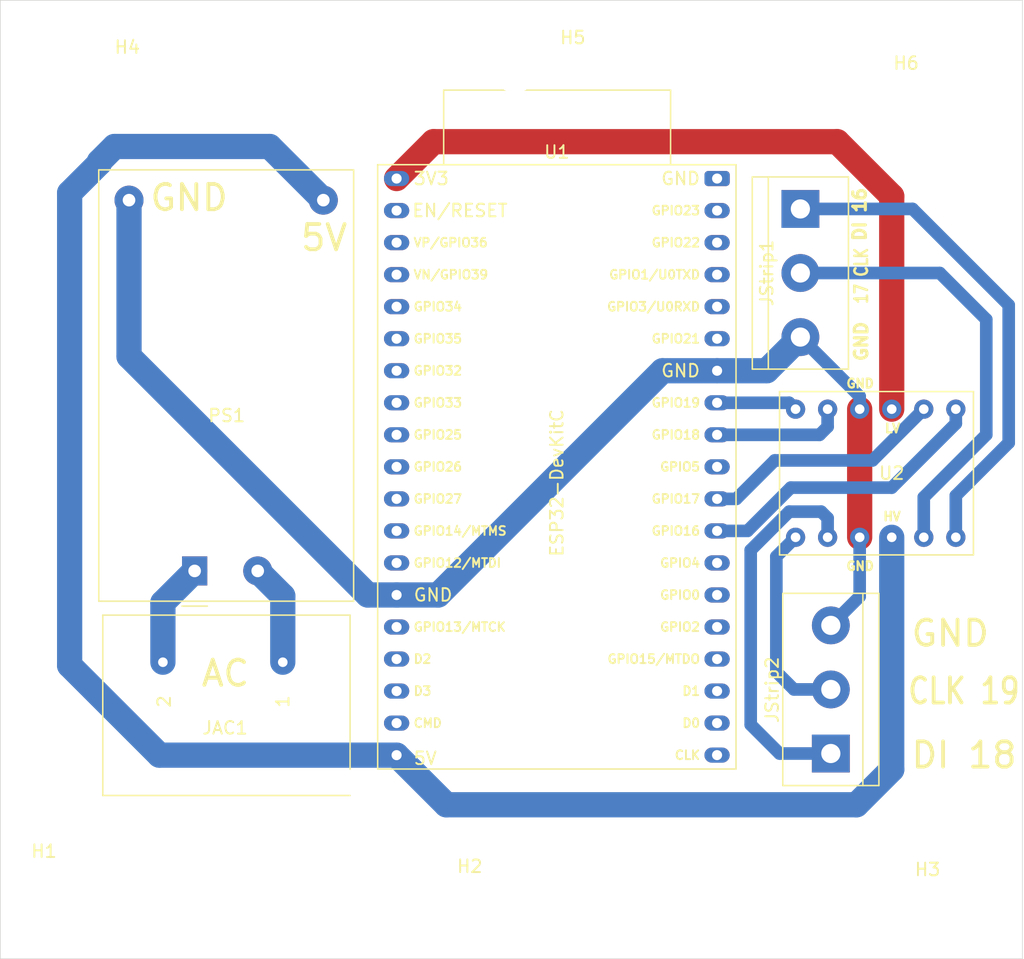
<source format=kicad_pcb>
(kicad_pcb (version 20171130) (host pcbnew "(5.1.12)-1")

  (general
    (thickness 1.6)
    (drawings 17)
    (tracks 68)
    (zones 0)
    (modules 12)
    (nets 14)
  )

  (page A4)
  (layers
    (0 F.Cu signal)
    (31 B.Cu signal)
    (32 B.Adhes user hide)
    (33 F.Adhes user hide)
    (34 B.Paste user hide)
    (35 F.Paste user hide)
    (36 B.SilkS user hide)
    (37 F.SilkS user)
    (38 B.Mask user)
    (39 F.Mask user)
    (40 Dwgs.User user hide)
    (41 Cmts.User user hide)
    (42 Eco1.User user hide)
    (43 Eco2.User user hide)
    (44 Edge.Cuts user)
    (45 Margin user hide)
    (46 B.CrtYd user hide)
    (47 F.CrtYd user)
    (48 B.Fab user hide)
    (49 F.Fab user)
  )

  (setup
    (last_trace_width 0.25)
    (user_trace_width 0.5)
    (user_trace_width 0.8)
    (user_trace_width 1)
    (user_trace_width 2)
    (trace_clearance 0.2)
    (zone_clearance 0.508)
    (zone_45_only no)
    (trace_min 0.2)
    (via_size 0.8)
    (via_drill 0.4)
    (via_min_size 0.4)
    (via_min_drill 0.3)
    (uvia_size 0.3)
    (uvia_drill 0.1)
    (uvias_allowed no)
    (uvia_min_size 0.2)
    (uvia_min_drill 0.1)
    (edge_width 0.05)
    (segment_width 0.2)
    (pcb_text_width 0.3)
    (pcb_text_size 1.5 1.5)
    (mod_edge_width 0.12)
    (mod_text_size 1 1)
    (mod_text_width 0.15)
    (pad_size 1.524 1.524)
    (pad_drill 0.762)
    (pad_to_mask_clearance 0)
    (aux_axis_origin 0 0)
    (visible_elements 7FFFFFFF)
    (pcbplotparams
      (layerselection 0x01030_ffffffff)
      (usegerberextensions false)
      (usegerberattributes true)
      (usegerberadvancedattributes true)
      (creategerberjobfile true)
      (excludeedgelayer true)
      (linewidth 0.100000)
      (plotframeref false)
      (viasonmask false)
      (mode 1)
      (useauxorigin false)
      (hpglpennumber 1)
      (hpglpenspeed 20)
      (hpglpendiameter 15.000000)
      (psnegative false)
      (psa4output false)
      (plotreference true)
      (plotvalue true)
      (plotinvisibletext false)
      (padsonsilk false)
      (subtractmaskfromsilk false)
      (outputformat 1)
      (mirror false)
      (drillshape 0)
      (scaleselection 1)
      (outputdirectory "../Production/"))
  )

  (net 0 "")
  (net 1 "Net-(JAC1-Pad1)")
  (net 2 "Net-(JAC1-Pad2)")
  (net 3 GND)
  (net 4 "Net-(PS1-Pad4)")
  (net 5 /DATA1)
  (net 6 /CLOCK1)
  (net 7 /DATA2)
  (net 8 /CLOCK2)
  (net 9 "Net-(U1-Pad1)")
  (net 10 "Net-(U1-Pad27)")
  (net 11 "Net-(U1-Pad28)")
  (net 12 "Net-(U1-Pad30)")
  (net 13 "Net-(U1-Pad31)")

  (net_class Default "This is the default net class."
    (clearance 0.2)
    (trace_width 0.25)
    (via_dia 0.8)
    (via_drill 0.4)
    (uvia_dia 0.3)
    (uvia_drill 0.1)
    (add_net /CLOCK1)
    (add_net /CLOCK2)
    (add_net /DATA1)
    (add_net /DATA2)
    (add_net GND)
    (add_net "Net-(JAC1-Pad1)")
    (add_net "Net-(JAC1-Pad2)")
    (add_net "Net-(PS1-Pad4)")
    (add_net "Net-(U1-Pad1)")
    (add_net "Net-(U1-Pad27)")
    (add_net "Net-(U1-Pad28)")
    (add_net "Net-(U1-Pad30)")
    (add_net "Net-(U1-Pad31)")
  )

  (module MountingHole:MountingHole_3.2mm_M3 (layer F.Cu) (tedit 56D1B4CB) (tstamp 61C5234D)
    (at 87.122 16.002)
    (descr "Mounting Hole 3.2mm, no annular, M3")
    (tags "mounting hole 3.2mm no annular m3")
    (path /61C4ED3D)
    (attr virtual)
    (fp_text reference H6 (at -5.334 -1.016) (layer F.SilkS)
      (effects (font (size 1 1) (thickness 0.15)))
    )
    (fp_text value MountingHole (at -2.032 4.318) (layer F.Fab)
      (effects (font (size 1 1) (thickness 0.15)))
    )
    (fp_circle (center 0 0) (end 3.2 0) (layer Cmts.User) (width 0.15))
    (fp_circle (center 0 0) (end 3.45 0) (layer F.CrtYd) (width 0.05))
    (fp_text user %R (at 0.3 0) (layer F.Fab)
      (effects (font (size 1 1) (thickness 0.15)))
    )
    (pad 1 np_thru_hole circle (at 0 0) (size 3.2 3.2) (drill 3.2) (layers *.Cu *.Mask))
  )

  (module MountingHole:MountingHole_3.2mm_M3 (layer F.Cu) (tedit 56D1B4CB) (tstamp 61C52345)
    (at 50.8 15.748)
    (descr "Mounting Hole 3.2mm, no annular, M3")
    (tags "mounting hole 3.2mm no annular m3")
    (path /61C4E6D4)
    (attr virtual)
    (fp_text reference H5 (at 4.572 -2.794) (layer F.SilkS)
      (effects (font (size 1 1) (thickness 0.15)))
    )
    (fp_text value MountingHole (at 0 4.2) (layer F.Fab)
      (effects (font (size 1 1) (thickness 0.15)))
    )
    (fp_circle (center 0 0) (end 3.2 0) (layer Cmts.User) (width 0.15))
    (fp_circle (center 0 0) (end 3.45 0) (layer F.CrtYd) (width 0.05))
    (fp_text user %R (at 0.3 0) (layer F.Fab)
      (effects (font (size 1 1) (thickness 0.15)))
    )
    (pad 1 np_thru_hole circle (at 0 0) (size 3.2 3.2) (drill 3.2) (layers *.Cu *.Mask))
  )

  (module MountingHole:MountingHole_3.2mm_M3 (layer F.Cu) (tedit 56D1B4CB) (tstamp 61C5233D)
    (at 16.256 16.256)
    (descr "Mounting Hole 3.2mm, no annular, M3")
    (tags "mounting hole 3.2mm no annular m3")
    (path /61C4DD5F)
    (attr virtual)
    (fp_text reference H4 (at 3.81 -2.54) (layer F.SilkS)
      (effects (font (size 1 1) (thickness 0.15)))
    )
    (fp_text value MountingHole (at 0 4.2) (layer F.Fab)
      (effects (font (size 1 1) (thickness 0.15)))
    )
    (fp_circle (center 0 0) (end 3.2 0) (layer Cmts.User) (width 0.15))
    (fp_circle (center 0 0) (end 3.45 0) (layer F.CrtYd) (width 0.05))
    (fp_text user %R (at 0.3 0) (layer F.Fab)
      (effects (font (size 1 1) (thickness 0.15)))
    )
    (pad 1 np_thru_hole circle (at 0 0) (size 3.2 3.2) (drill 3.2) (layers *.Cu *.Mask))
  )

  (module MountingHole:MountingHole_3.2mm_M3 (layer F.Cu) (tedit 56D1B4CB) (tstamp 61963508)
    (at 14 82)
    (descr "Mounting Hole 3.2mm, no annular, M3")
    (tags "mounting hole 3.2mm no annular m3")
    (path /61970074)
    (attr virtual)
    (fp_text reference H1 (at -0.538 -4.53) (layer F.SilkS)
      (effects (font (size 1 1) (thickness 0.15)))
    )
    (fp_text value MountingHole (at 8.098 2.963) (layer F.Fab)
      (effects (font (size 1 1) (thickness 0.15)))
    )
    (fp_circle (center 0 0) (end 3.45 0) (layer F.CrtYd) (width 0.05))
    (fp_circle (center 0 0) (end 3.2 0) (layer Cmts.User) (width 0.15))
    (fp_text user %R (at 0.3 0) (layer F.Fab)
      (effects (font (size 1 1) (thickness 0.15)))
    )
    (pad 1 np_thru_hole circle (at 0 0) (size 3.2 3.2) (drill 3.2) (layers *.Cu *.Mask))
  )

  (module MountingHole:MountingHole_3.2mm_M3 (layer F.Cu) (tedit 56D1B4CB) (tstamp 61963415)
    (at 50.5 82)
    (descr "Mounting Hole 3.2mm, no annular, M3")
    (tags "mounting hole 3.2mm no annular m3")
    (path /61970FEE)
    (attr virtual)
    (fp_text reference H2 (at -3.296 -3.332) (layer F.SilkS)
      (effects (font (size 1 1) (thickness 0.15)))
    )
    (fp_text value MountingHole (at -8.376 2.256) (layer F.Fab)
      (effects (font (size 1 1) (thickness 0.15)))
    )
    (fp_circle (center 0 0) (end 3.2 0) (layer Cmts.User) (width 0.15))
    (fp_circle (center 0 0) (end 3.45 0) (layer F.CrtYd) (width 0.05))
    (fp_text user %R (at 0.3 0) (layer F.Fab)
      (effects (font (size 1 1) (thickness 0.15)))
    )
    (pad 1 np_thru_hole circle (at 0 0) (size 3.2 3.2) (drill 3.2) (layers *.Cu *.Mask))
  )

  (module MountingHole:MountingHole_3.2mm_M3 (layer F.Cu) (tedit 56D1B4CB) (tstamp 6196341D)
    (at 87 82)
    (descr "Mounting Hole 3.2mm, no annular, M3")
    (tags "mounting hole 3.2mm no annular m3")
    (path /619719BE)
    (attr virtual)
    (fp_text reference H3 (at -3.514 -3.078) (layer F.SilkS)
      (effects (font (size 1 1) (thickness 0.15)))
    )
    (fp_text value MountingHole (at -8.006 2.963) (layer F.Fab)
      (effects (font (size 1 1) (thickness 0.15)))
    )
    (fp_circle (center 0 0) (end 3.45 0) (layer F.CrtYd) (width 0.05))
    (fp_circle (center 0 0) (end 3.2 0) (layer Cmts.User) (width 0.15))
    (fp_text user %R (at 0.3 0) (layer F.Fab)
      (effects (font (size 1 1) (thickness 0.15)))
    )
    (pad 1 np_thru_hole circle (at 0 0) (size 3.2 3.2) (drill 3.2) (layers *.Cu *.Mask))
  )

  (module TerminalBlock:TerminalBlock_bornier-3_P5.08mm (layer F.Cu) (tedit 59FF03B9) (tstamp 619B5370)
    (at 73.406 26.543 270)
    (descr "simple 3-pin terminal block, pitch 5.08mm, revamped version of bornier3")
    (tags "terminal block bornier3")
    (path /6195D7EF)
    (fp_text reference JStrip1 (at 5.08 2.667 90) (layer F.SilkS)
      (effects (font (size 1 1) (thickness 0.15)))
    )
    (fp_text value Terminal_LCDstrip (at 5.08 5.08 90) (layer F.Fab)
      (effects (font (size 1 1) (thickness 0.15)))
    )
    (fp_line (start -2.47 2.55) (end 12.63 2.55) (layer F.Fab) (width 0.1))
    (fp_line (start -2.47 -3.75) (end 12.63 -3.75) (layer F.Fab) (width 0.1))
    (fp_line (start 12.63 -3.75) (end 12.63 3.75) (layer F.Fab) (width 0.1))
    (fp_line (start 12.63 3.75) (end -2.47 3.75) (layer F.Fab) (width 0.1))
    (fp_line (start -2.47 3.75) (end -2.47 -3.75) (layer F.Fab) (width 0.1))
    (fp_line (start -2.54 3.81) (end -2.54 -3.81) (layer F.SilkS) (width 0.12))
    (fp_line (start 12.7 3.81) (end 12.7 -3.81) (layer F.SilkS) (width 0.12))
    (fp_line (start -2.54 2.54) (end 12.7 2.54) (layer F.SilkS) (width 0.12))
    (fp_line (start -2.54 -3.81) (end 12.7 -3.81) (layer F.SilkS) (width 0.12))
    (fp_line (start -2.54 3.81) (end 12.7 3.81) (layer F.SilkS) (width 0.12))
    (fp_line (start -2.72 -4) (end 12.88 -4) (layer F.CrtYd) (width 0.05))
    (fp_line (start -2.72 -4) (end -2.72 4) (layer F.CrtYd) (width 0.05))
    (fp_line (start 12.88 4) (end 12.88 -4) (layer F.CrtYd) (width 0.05))
    (fp_line (start 12.88 4) (end -2.72 4) (layer F.CrtYd) (width 0.05))
    (fp_text user %R (at 5.08 0 90) (layer F.Fab)
      (effects (font (size 1 1) (thickness 0.15)))
    )
    (pad 1 thru_hole rect (at 0 0 270) (size 3 3) (drill 1.52) (layers *.Cu *.Mask)
      (net 5 /DATA1))
    (pad 2 thru_hole circle (at 5.08 0 270) (size 3 3) (drill 1.52) (layers *.Cu *.Mask)
      (net 6 /CLOCK1))
    (pad 3 thru_hole circle (at 10.16 0 270) (size 3 3) (drill 1.52) (layers *.Cu *.Mask)
      (net 3 GND))
    (model ${KISYS3DMOD}/TerminalBlock.3dshapes/TerminalBlock_bornier-3_P5.08mm.wrl
      (offset (xyz 5.079999923706055 0 0))
      (scale (xyz 1 1 1))
      (rotate (xyz 0 0 0))
    )
  )

  (module ledDeviceServerEsp32Pio:Screw_Termianl_01x02 (layer F.Cu) (tedit 614936F6) (tstamp 61962074)
    (at 37.719 60.452 270)
    (path /6195CB3B)
    (fp_text reference JAC1 (at 7.239 9.906) (layer F.SilkS)
      (effects (font (size 1 1) (thickness 0.15)))
    )
    (fp_text value Terminal_AC (at 11.43 10.16) (layer F.Fab)
      (effects (font (size 1 1) (thickness 0.15)))
    )
    (fp_line (start 10.5156 0) (end -1.7018 0) (layer F.SilkS) (width 0.12))
    (fp_line (start 12.6 19.6) (end 12.6 0) (layer F.SilkS) (width 0.12))
    (fp_line (start -1.7018 19.6) (end 12.6 19.6) (layer F.SilkS) (width 0.12))
    (fp_line (start -1.7018 0) (end -1.7018 19.6) (layer F.SilkS) (width 0.12))
    (fp_line (start 12.7 19.7) (end -1.8 19.7) (layer F.CrtYd) (width 0.12))
    (fp_line (start -1.8 -0.1) (end 12.7 -0.1) (layer F.CrtYd) (width 0.12))
    (fp_line (start 12.7 -0.1) (end 12.7 19.7) (layer F.CrtYd) (width 0.12))
    (fp_line (start -1.8 -0.1) (end -1.8 19.7) (layer F.CrtYd) (width 0.12))
    (fp_text user 1 (at 4.572 5.334 90) (layer F.SilkS)
      (effects (font (size 1 1) (thickness 0.15)) (justify right))
    )
    (fp_text user 2 (at 4.572 14.732 90) (layer F.SilkS)
      (effects (font (size 1 1) (thickness 0.15)) (justify right))
    )
    (pad 1 thru_hole circle (at 2.032 5.334 270) (size 1.524 1.524) (drill 0.762) (layers *.Cu *.Mask)
      (net 1 "Net-(JAC1-Pad1)"))
    (pad 2 thru_hole circle (at 2.032 14.834 270) (size 1.524 1.524) (drill 0.762) (layers *.Cu *.Mask)
      (net 2 "Net-(JAC1-Pad2)"))
  )

  (module Converter_ACDC:Converter_ACDC_HiLink_HLK-PMxx (layer F.Cu) (tedit 5C1AC1CD) (tstamp 6196311F)
    (at 25.4 55.245 90)
    (descr "ACDC-Converter, 3W, HiLink, HLK-PMxx, THT, http://www.hlktech.net/product_detail.php?ProId=54")
    (tags "ACDC-Converter 3W THT HiLink board mount module")
    (path /61952CC8)
    (fp_text reference PS1 (at 12.319 2.54) (layer F.SilkS)
      (effects (font (size 1 1) (thickness 0.15)))
    )
    (fp_text value HLK-PM01 (at 15.79 13.85 90) (layer F.Fab)
      (effects (font (size 1 1) (thickness 0.15)))
    )
    (fp_line (start -2.3 12.5) (end 31.7 12.5) (layer F.Fab) (width 0.1))
    (fp_line (start 31.7 12.5) (end 31.7 -7.5) (layer F.Fab) (width 0.1))
    (fp_line (start -2.3 12.5) (end -2.3 0.99) (layer F.Fab) (width 0.1))
    (fp_line (start -2.3 -7.5) (end 31.7 -7.5) (layer F.Fab) (width 0.1))
    (fp_line (start -1.29 0) (end -2.29 1) (layer F.Fab) (width 0.1))
    (fp_line (start -2.29 -1) (end -1.29 0) (layer F.Fab) (width 0.1))
    (fp_line (start -2.3 -1) (end -2.3 -7.5) (layer F.Fab) (width 0.1))
    (fp_line (start -2.55 12.75) (end 31.95 12.75) (layer F.CrtYd) (width 0.05))
    (fp_line (start 31.95 12.75) (end 31.95 -7.75) (layer F.CrtYd) (width 0.05))
    (fp_line (start 31.95 -7.75) (end -2.55 -7.75) (layer F.CrtYd) (width 0.05))
    (fp_line (start -2.55 -7.75) (end -2.55 12.75) (layer F.CrtYd) (width 0.05))
    (fp_line (start -2.4 -7.6) (end -2.4 12.6) (layer F.SilkS) (width 0.12))
    (fp_line (start -2.4 12.6) (end 31.8 12.6) (layer F.SilkS) (width 0.12))
    (fp_line (start 31.8 12.6) (end 31.8 -7.6) (layer F.SilkS) (width 0.12))
    (fp_line (start 31.8 -7.6) (end -2.4 -7.6) (layer F.SilkS) (width 0.12))
    (fp_line (start -2.79 -1) (end -2.79 1.01) (layer F.SilkS) (width 0.12))
    (fp_text user %R (at 18.161 2.286 180) (layer F.Fab)
      (effects (font (size 1 1) (thickness 0.15)))
    )
    (pad 3 thru_hole circle (at 29.4 -5.2 90) (size 2.3 2.3) (drill 1) (layers *.Cu *.Mask)
      (net 3 GND))
    (pad 1 thru_hole rect (at 0 0 90) (size 2.3 2) (drill 1) (layers *.Cu *.Mask)
      (net 2 "Net-(JAC1-Pad2)"))
    (pad 2 thru_hole circle (at 0 5 90) (size 2.3 2.3) (drill 1) (layers *.Cu *.Mask)
      (net 1 "Net-(JAC1-Pad1)"))
    (pad 4 thru_hole circle (at 29.4 10.2 90) (size 2.3 2.3) (drill 1) (layers *.Cu *.Mask)
      (net 4 "Net-(PS1-Pad4)"))
    (model ${KISYS3DMOD}/Converter_ACDC.3dshapes/Converter_ACDC_HiLink_HLK-PMxx.wrl
      (at (xyz 0 0 0))
      (scale (xyz 1 1 1))
      (rotate (xyz 0 0 0))
    )
  )

  (module Espressif:ESP32-DevKitC (layer F.Cu) (tedit 60F5CABD) (tstamp 619620FF)
    (at 41.402 24.13)
    (descr "ESP32-DevKitC: https://docs.espressif.com/projects/esp-idf/en/latest/esp32/hw-reference/esp32/get-started-devkitc.html")
    (tags ESP32)
    (path /6195EB5A)
    (fp_text reference U1 (at 12.70368 -2.09728) (layer F.SilkS)
      (effects (font (size 1 1) (thickness 0.15)))
    )
    (fp_text value ESP32-DevKitC (at 12.70368 24.13272 90) (layer F.SilkS)
      (effects (font (size 1 1) (thickness 0.15)))
    )
    (fp_line (start 21.717 -7.0104) (end 21.717 -1.1176) (layer F.SilkS) (width 0.12))
    (fp_line (start 3.7338 -7.0104) (end 21.717 -7.0104) (layer F.SilkS) (width 0.12))
    (fp_line (start 3.7338 -1.1176) (end 3.7338 -7.0104) (layer F.SilkS) (width 0.12))
    (fp_line (start -1.24632 46.57272) (end -1.24632 -0.84728) (layer F.CrtYd) (width 0.05))
    (fp_line (start 26.65368 -0.84728) (end 26.65368 46.57272) (layer F.CrtYd) (width 0.05))
    (fp_line (start -1.24632 -0.84728) (end 26.65368 -0.84728) (layer F.CrtYd) (width 0.05))
    (fp_line (start 26.65368 46.57272) (end -1.24632 46.57272) (layer F.CrtYd) (width 0.05))
    (fp_line (start -1.496319 -1.09728) (end -1.49632 46.82272) (layer F.SilkS) (width 0.12))
    (fp_line (start 26.90368 -1.09728) (end -1.496319 -1.09728) (layer F.SilkS) (width 0.12))
    (fp_line (start 26.903679 46.82272) (end 26.90368 -1.09728) (layer F.SilkS) (width 0.12))
    (fp_line (start -1.49632 46.82272) (end 26.903679 46.82272) (layer F.SilkS) (width 0.12))
    (fp_text user REF** (at 0 0) (layer F.Fab)
      (effects (font (size 1 1) (thickness 0.15)))
    )
    (fp_text user GPIO25 (at 1.27368 20.32272 unlocked) (layer F.SilkS)
      (effects (font (size 0.7 0.7) (thickness 0.15)) (justify left))
    )
    (fp_text user GPIO15/MTDO (at 24.13368 38.10272 unlocked) (layer F.SilkS)
      (effects (font (size 0.7 0.7) (thickness 0.15)) (justify right))
    )
    (fp_text user GPIO1/U0TXD (at 24.13368 7.62272 unlocked) (layer F.SilkS)
      (effects (font (size 0.7 0.7) (thickness 0.15)) (justify right))
    )
    (fp_text user GPIO17 (at 24.13368 25.40272 unlocked) (layer F.SilkS)
      (effects (font (size 0.7 0.7) (thickness 0.15)) (justify right))
    )
    (fp_text user GND (at 24.13368 15.24272 unlocked) (layer F.SilkS)
      (effects (font (size 1 1) (thickness 0.15)) (justify right))
    )
    (fp_text user GPIO22 (at 24.13368 5.08272 unlocked) (layer F.SilkS)
      (effects (font (size 0.7 0.7) (thickness 0.15)) (justify right))
    )
    (fp_text user CMD (at 1.27368 43.18272 unlocked) (layer F.SilkS)
      (effects (font (size 0.7 0.7) (thickness 0.15)) (justify left))
    )
    (fp_text user GPIO18 (at 24.13368 20.32272 unlocked) (layer F.SilkS)
      (effects (font (size 0.7 0.7) (thickness 0.15)) (justify right))
    )
    (fp_text user D3 (at 1.27368 40.64272 unlocked) (layer F.SilkS)
      (effects (font (size 0.7 0.7) (thickness 0.15)) (justify left))
    )
    (fp_text user GPIO34 (at 1.27368 10.16272 unlocked) (layer F.SilkS)
      (effects (font (size 0.7 0.7) (thickness 0.15)) (justify left))
    )
    (fp_text user GPIO14/MTMS (at 1.27368 27.94272 unlocked) (layer F.SilkS)
      (effects (font (size 0.7 0.7) (thickness 0.15)) (justify left))
    )
    (fp_text user GPIO35 (at 1.27368 12.70272 unlocked) (layer F.SilkS)
      (effects (font (size 0.7 0.7) (thickness 0.15)) (justify left))
    )
    (fp_text user GPIO4 (at 24.13368 30.48272 unlocked) (layer F.SilkS)
      (effects (font (size 0.7 0.7) (thickness 0.15)) (justify right))
    )
    (fp_text user EN/RESET (at 8.89 2.54 unlocked) (layer F.SilkS)
      (effects (font (size 1 1) (thickness 0.15)) (justify right))
    )
    (fp_text user CLK (at 24.13368 45.72272 unlocked) (layer F.SilkS)
      (effects (font (size 0.7 0.7) (thickness 0.15)) (justify right))
    )
    (fp_text user GND (at 1.27368 33.02272 unlocked) (layer F.SilkS)
      (effects (font (size 1 1) (thickness 0.15)) (justify left))
    )
    (fp_text user GPIO0 (at 24.13368 33.02272 unlocked) (layer F.SilkS)
      (effects (font (size 0.7 0.7) (thickness 0.15)) (justify right))
    )
    (fp_text user GPIO32 (at 1.27368 15.24272 unlocked) (layer F.SilkS)
      (effects (font (size 0.7 0.7) (thickness 0.15)) (justify left))
    )
    (fp_text user GPIO16 (at 24.13368 27.94272 unlocked) (layer F.SilkS)
      (effects (font (size 0.7 0.7) (thickness 0.15)) (justify right))
    )
    (fp_text user 3V3 (at 1.27368 0.00272 unlocked) (layer F.SilkS)
      (effects (font (size 1 1) (thickness 0.15)) (justify left))
    )
    (fp_text user GPIO3/U0RXD (at 24.13368 10.16272 unlocked) (layer F.SilkS)
      (effects (font (size 0.7 0.7) (thickness 0.15)) (justify right))
    )
    (fp_text user GPIO26 (at 1.27368 22.86272 unlocked) (layer F.SilkS)
      (effects (font (size 0.7 0.7) (thickness 0.15)) (justify left))
    )
    (fp_text user GPIO2 (at 24.13368 35.56272 unlocked) (layer F.SilkS)
      (effects (font (size 0.7 0.7) (thickness 0.15)) (justify right))
    )
    (fp_text user GPIO13/MTCK (at 1.27368 35.56272 unlocked) (layer F.SilkS)
      (effects (font (size 0.7 0.7) (thickness 0.15)) (justify left))
    )
    (fp_text user VN/GPIO39 (at 1.27368 7.62272 unlocked) (layer F.SilkS)
      (effects (font (size 0.7 0.7) (thickness 0.15)) (justify left))
    )
    (fp_text user GPIO19 (at 24.13368 17.78272 unlocked) (layer F.SilkS)
      (effects (font (size 0.7 0.7) (thickness 0.15)) (justify right))
    )
    (fp_text user GPIO33 (at 1.27368 17.78272 unlocked) (layer F.SilkS)
      (effects (font (size 0.7 0.7) (thickness 0.15)) (justify left))
    )
    (fp_text user GPIO27 (at 1.27368 25.40272 unlocked) (layer F.SilkS)
      (effects (font (size 0.7 0.7) (thickness 0.15)) (justify left))
    )
    (fp_text user D2 (at 1.27368 38.10272 unlocked) (layer F.SilkS)
      (effects (font (size 0.7 0.7) (thickness 0.15)) (justify left))
    )
    (fp_text user VP/GPIO36 (at 1.27368 5.08272 unlocked) (layer F.SilkS)
      (effects (font (size 0.7 0.7) (thickness 0.15)) (justify left))
    )
    (fp_text user GPIO12/MTDI (at 1.27368 30.48272 unlocked) (layer F.SilkS)
      (effects (font (size 0.7 0.7) (thickness 0.15)) (justify left))
    )
    (fp_text user D1 (at 24.13368 40.64272 unlocked) (layer F.SilkS)
      (effects (font (size 0.7 0.7) (thickness 0.15)) (justify right))
    )
    (fp_text user GPIO21 (at 24.13368 12.70272 unlocked) (layer F.SilkS)
      (effects (font (size 0.7 0.7) (thickness 0.15)) (justify right))
    )
    (fp_text user 5V (at 1.27 45.974 unlocked) (layer F.SilkS)
      (effects (font (size 1 1) (thickness 0.15)) (justify left))
    )
    (fp_text user D0 (at 24.13368 43.18272 unlocked) (layer F.SilkS)
      (effects (font (size 0.7 0.7) (thickness 0.15)) (justify right))
    )
    (fp_text user GPIO5 (at 24.13368 22.86272 unlocked) (layer F.SilkS)
      (effects (font (size 0.7 0.7) (thickness 0.15)) (justify right))
    )
    (fp_text user GPIO23 (at 24.13368 2.54272 unlocked) (layer F.SilkS)
      (effects (font (size 0.7 0.7) (thickness 0.15)) (justify right))
    )
    (fp_text user GND (at 24.13368 0.00272 unlocked) (layer F.SilkS)
      (effects (font (size 1 1) (thickness 0.15)) (justify right))
    )
    (pad 1 thru_hole oval (at 0.00368 0.00272 270) (size 1.2 2) (drill 0.8) (layers *.Cu *.Mask)
      (net 9 "Net-(U1-Pad1)"))
    (pad 2 thru_hole oval (at 0.00368 2.54272 270) (size 1.2 2) (drill 0.8) (layers *.Cu *.Mask))
    (pad 3 thru_hole oval (at 0.00368 5.08272 270) (size 1.2 2) (drill 0.8) (layers *.Cu *.Mask))
    (pad 4 thru_hole oval (at 0.00368 7.62272 270) (size 1.2 2) (drill 0.8) (layers *.Cu *.Mask))
    (pad 5 thru_hole oval (at 0.00368 10.16272 270) (size 1.2 2) (drill 0.8) (layers *.Cu *.Mask))
    (pad 6 thru_hole oval (at 0.00368 12.70272 270) (size 1.2 2) (drill 0.8) (layers *.Cu *.Mask))
    (pad 7 thru_hole oval (at 0.00368 15.24272 270) (size 1.2 2) (drill 0.8) (layers *.Cu *.Mask))
    (pad 8 thru_hole oval (at 0.00368 17.78272 270) (size 1.2 2) (drill 0.8) (layers *.Cu *.Mask))
    (pad 9 thru_hole oval (at 0.00368 20.32272 270) (size 1.2 2) (drill 0.8) (layers *.Cu *.Mask))
    (pad 10 thru_hole oval (at 0.00368 22.86272 270) (size 1.2 2) (drill 0.8) (layers *.Cu *.Mask))
    (pad 11 thru_hole oval (at 0.00368 25.40272 270) (size 1.2 2) (drill 0.8) (layers *.Cu *.Mask))
    (pad 12 thru_hole oval (at 0.00368 27.94272 270) (size 1.2 2) (drill 0.8) (layers *.Cu *.Mask))
    (pad 13 thru_hole oval (at 0.00368 30.48272 270) (size 1.2 2) (drill 0.8) (layers *.Cu *.Mask))
    (pad 14 thru_hole roundrect (at 0.00368 33.02272 270) (size 1.2 2) (drill 0.8) (layers *.Cu *.Mask) (roundrect_rratio 0.25)
      (net 3 GND))
    (pad 15 thru_hole oval (at 0.00368 35.56272 270) (size 1.2 2) (drill 0.8) (layers *.Cu *.Mask))
    (pad 16 thru_hole oval (at 0.00368 38.10272 270) (size 1.2 2) (drill 0.8) (layers *.Cu *.Mask))
    (pad 17 thru_hole oval (at 0.00368 40.64272 270) (size 1.2 2) (drill 0.8) (layers *.Cu *.Mask))
    (pad 18 thru_hole oval (at 0.00368 43.18272 270) (size 1.2 2) (drill 0.8) (layers *.Cu *.Mask))
    (pad 19 thru_hole oval (at 0.00368 45.72272 270) (size 1.2 2) (drill 0.8) (layers *.Cu *.Mask)
      (net 4 "Net-(PS1-Pad4)"))
    (pad 20 thru_hole oval (at 25.4 45.72 270) (size 1.2 2) (drill 0.8) (layers *.Cu *.Mask))
    (pad 21 thru_hole oval (at 25.4 43.18 270) (size 1.2 2) (drill 0.8) (layers *.Cu *.Mask))
    (pad 22 thru_hole oval (at 25.40368 40.64272 270) (size 1.2 2) (drill 0.8) (layers *.Cu *.Mask))
    (pad 23 thru_hole oval (at 25.40368 38.10272 270) (size 1.2 2) (drill 0.8) (layers *.Cu *.Mask))
    (pad 24 thru_hole oval (at 25.40368 35.56272 270) (size 1.2 2) (drill 0.8) (layers *.Cu *.Mask))
    (pad 25 thru_hole oval (at 25.40368 33.02272 270) (size 1.2 2) (drill 0.8) (layers *.Cu *.Mask))
    (pad 26 thru_hole oval (at 25.40368 30.48272 270) (size 1.2 2) (drill 0.8) (layers *.Cu *.Mask))
    (pad 27 thru_hole oval (at 25.40368 27.94272 270) (size 1.2 2) (drill 0.8) (layers *.Cu *.Mask)
      (net 10 "Net-(U1-Pad27)"))
    (pad 28 thru_hole oval (at 25.40368 25.40272 270) (size 1.2 2) (drill 0.8) (layers *.Cu *.Mask)
      (net 11 "Net-(U1-Pad28)"))
    (pad 29 thru_hole oval (at 25.40368 22.86272 270) (size 1.2 2) (drill 0.8) (layers *.Cu *.Mask))
    (pad 30 thru_hole oval (at 25.40368 20.32272 270) (size 1.2 2) (drill 0.8) (layers *.Cu *.Mask)
      (net 12 "Net-(U1-Pad30)"))
    (pad 31 thru_hole oval (at 25.40368 17.78272 270) (size 1.2 2) (drill 0.8) (layers *.Cu *.Mask)
      (net 13 "Net-(U1-Pad31)"))
    (pad 32 thru_hole oval (at 25.40368 15.24272 270) (size 1.2 2) (drill 0.8) (layers *.Cu *.Mask)
      (net 3 GND))
    (pad 33 thru_hole oval (at 25.40368 12.70272 270) (size 1.2 2) (drill 0.8) (layers *.Cu *.Mask))
    (pad 34 thru_hole oval (at 25.40368 10.16272 270) (size 1.2 2) (drill 0.8) (layers *.Cu *.Mask))
    (pad 35 thru_hole oval (at 25.40368 7.62272 270) (size 1.2 2) (drill 0.8) (layers *.Cu *.Mask))
    (pad 36 thru_hole oval (at 25.40368 5.08272 270) (size 1.2 2) (drill 0.8) (layers *.Cu *.Mask))
    (pad 37 thru_hole oval (at 25.40368 2.54272 270) (size 1.2 2) (drill 0.8) (layers *.Cu *.Mask))
    (pad 38 thru_hole roundrect (at 25.40368 0.00272 270) (size 1.2 2) (drill 0.8) (layers *.Cu *.Mask) (roundrect_rratio 0.25))
  )

  (module ledDeviceServerEsp32Pio:LLC_4CH (layer F.Cu) (tedit 61422F48) (tstamp 6196211B)
    (at 87.122 53.975 180)
    (descr "4 channel logic level converter")
    (tags "Logic Level converter 4 channels")
    (path /61977BBE)
    (fp_text reference U2 (at 6.477 6.477 180) (layer F.SilkS)
      (effects (font (size 1 1) (thickness 0.15)))
    )
    (fp_text value LLC_4CH (at 8.636 9.906) (layer F.Fab)
      (effects (font (size 1 1) (thickness 0.15)))
    )
    (fp_line (start 15.367 0) (end 0 0) (layer F.Fab) (width 0.12))
    (fp_line (start 15.367 12.954) (end 15.367 0) (layer F.Fab) (width 0.12))
    (fp_line (start 0 12.954) (end 15.367 12.954) (layer F.Fab) (width 0.12))
    (fp_line (start 0 0) (end 0 12.954) (layer F.Fab) (width 0.12))
    (fp_line (start 0.127 0.127) (end 15.227 0.127) (layer F.CrtYd) (width 0.12))
    (fp_line (start 0.127 12.827) (end 15.227 12.827) (layer F.CrtYd) (width 0.12))
    (fp_line (start 0.127 0.127) (end 0.127 12.827) (layer F.CrtYd) (width 0.12))
    (fp_line (start 15.227 0.127) (end 15.227 12.827) (layer F.CrtYd) (width 0.12))
    (fp_line (start 0 0) (end 0 12.954) (layer F.SilkS) (width 0.12))
    (fp_line (start 0 12.954) (end 15.367 12.954) (layer F.SilkS) (width 0.12))
    (fp_line (start 15.367 12.954) (end 15.367 0) (layer F.SilkS) (width 0.12))
    (fp_line (start 15.367 0) (end 0 0) (layer F.SilkS) (width 0.12))
    (pad 11 thru_hole circle (at 14.097 1.397 180) (size 1.524 1.524) (drill 0.762) (layers *.Cu *.Mask)
      (net 8 /CLOCK2))
    (pad 10 thru_hole circle (at 14.097 11.557 180) (size 1.524 1.524) (drill 0.762) (layers *.Cu *.Mask)
      (net 13 "Net-(U1-Pad31)"))
    (pad 9 thru_hole circle (at 11.557 1.397 180) (size 1.524 1.524) (drill 0.762) (layers *.Cu *.Mask)
      (net 7 /DATA2))
    (pad 8 thru_hole circle (at 11.557 11.557 180) (size 1.524 1.524) (drill 0.762) (layers *.Cu *.Mask)
      (net 12 "Net-(U1-Pad30)"))
    (pad 7 thru_hole circle (at 3.937 1.397 180) (size 1.524 1.524) (drill 0.762) (layers *.Cu *.Mask)
      (net 6 /CLOCK1))
    (pad 6 thru_hole circle (at 3.937 11.557 180) (size 1.524 1.524) (drill 0.762) (layers *.Cu *.Mask)
      (net 11 "Net-(U1-Pad28)"))
    (pad 5 thru_hole circle (at 1.397 1.397 180) (size 1.524 1.524) (drill 0.762) (layers *.Cu *.Mask)
      (net 5 /DATA1))
    (pad 4 thru_hole circle (at 1.397 11.557 180) (size 1.524 1.524) (drill 0.762) (layers *.Cu *.Mask)
      (net 10 "Net-(U1-Pad27)"))
    (pad 3 thru_hole circle (at 9.017 1.397 180) (size 1.524 1.524) (drill 0.762) (layers *.Cu *.Mask)
      (net 3 GND))
    (pad 3 thru_hole circle (at 9.017 11.557 180) (size 1.524 1.524) (drill 0.762) (layers *.Cu *.Mask)
      (net 3 GND))
    (pad 2 thru_hole circle (at 6.477 1.397 180) (size 1.524 1.524) (drill 0.762) (layers *.Cu *.Mask)
      (net 4 "Net-(PS1-Pad4)"))
    (pad 1 thru_hole circle (at 6.477 11.557 180) (size 1.524 1.524) (drill 0.762) (layers *.Cu *.Mask)
      (net 9 "Net-(U1-Pad1)"))
  )

  (module TerminalBlock:TerminalBlock_bornier-3_P5.08mm (layer F.Cu) (tedit 59FF03B9) (tstamp 619B50FC)
    (at 75.819 69.723 90)
    (descr "simple 3-pin terminal block, pitch 5.08mm, revamped version of bornier3")
    (tags "terminal block bornier3")
    (path /619BC866)
    (fp_text reference JStrip2 (at 5.05 -4.65 90) (layer F.SilkS)
      (effects (font (size 1 1) (thickness 0.15)))
    )
    (fp_text value Terminal_LCDstrip (at 5.08 5.08 90) (layer F.Fab)
      (effects (font (size 1 1) (thickness 0.15)))
    )
    (fp_line (start -2.47 2.55) (end 12.63 2.55) (layer F.Fab) (width 0.1))
    (fp_line (start -2.47 -3.75) (end 12.63 -3.75) (layer F.Fab) (width 0.1))
    (fp_line (start 12.63 -3.75) (end 12.63 3.75) (layer F.Fab) (width 0.1))
    (fp_line (start 12.63 3.75) (end -2.47 3.75) (layer F.Fab) (width 0.1))
    (fp_line (start -2.47 3.75) (end -2.47 -3.75) (layer F.Fab) (width 0.1))
    (fp_line (start -2.54 3.81) (end -2.54 -3.81) (layer F.SilkS) (width 0.12))
    (fp_line (start 12.7 3.81) (end 12.7 -3.81) (layer F.SilkS) (width 0.12))
    (fp_line (start -2.54 2.54) (end 12.7 2.54) (layer F.SilkS) (width 0.12))
    (fp_line (start -2.54 -3.81) (end 12.7 -3.81) (layer F.SilkS) (width 0.12))
    (fp_line (start -2.54 3.81) (end 12.7 3.81) (layer F.SilkS) (width 0.12))
    (fp_line (start -2.72 -4) (end 12.88 -4) (layer F.CrtYd) (width 0.05))
    (fp_line (start -2.72 -4) (end -2.72 4) (layer F.CrtYd) (width 0.05))
    (fp_line (start 12.88 4) (end 12.88 -4) (layer F.CrtYd) (width 0.05))
    (fp_line (start 12.88 4) (end -2.72 4) (layer F.CrtYd) (width 0.05))
    (fp_text user %R (at 5.08 0 90) (layer F.Fab)
      (effects (font (size 1 1) (thickness 0.15)))
    )
    (pad 1 thru_hole rect (at 0 0 90) (size 3 3) (drill 1.52) (layers *.Cu *.Mask)
      (net 7 /DATA2))
    (pad 2 thru_hole circle (at 5.08 0 90) (size 3 3) (drill 1.52) (layers *.Cu *.Mask)
      (net 8 /CLOCK2))
    (pad 3 thru_hole circle (at 10.16 0 90) (size 3 3) (drill 1.52) (layers *.Cu *.Mask)
      (net 3 GND))
    (model ${KISYS3DMOD}/TerminalBlock.3dshapes/TerminalBlock_bornier-3_P5.08mm.wrl
      (offset (xyz 5.079999923706055 0 0))
      (scale (xyz 1 1 1))
      (rotate (xyz 0 0 0))
    )
  )

  (gr_text LV (at 80.01 43.942) (layer F.SilkS) (tstamp 61C554D5)
    (effects (font (size 0.7 0.7) (thickness 0.175)) (justify left))
  )
  (gr_text HV (at 79.883 50.927) (layer F.SilkS) (tstamp 61C554CB)
    (effects (font (size 0.7 0.7) (thickness 0.175)) (justify left))
  )
  (gr_text GND (at 76.962 54.864) (layer F.SilkS) (tstamp 61C554C9)
    (effects (font (size 0.7 0.7) (thickness 0.175)) (justify left))
  )
  (gr_text GND (at 76.962 40.386) (layer F.SilkS) (tstamp 61C554C2)
    (effects (font (size 0.7 0.7) (thickness 0.175)) (justify left))
  )
  (gr_text AC (at 25.781 63.373) (layer F.SilkS) (tstamp 61C550C1)
    (effects (font (size 2 2) (thickness 0.3)) (justify left))
  )
  (gr_text 5V (at 33.655 28.829) (layer F.SilkS) (tstamp 61C550BD)
    (effects (font (size 2 2) (thickness 0.3)) (justify left))
  )
  (gr_text "GND\n" (at 21.717 25.654) (layer F.SilkS) (tstamp 61C550BB)
    (effects (font (size 2 2) (thickness 0.3)) (justify left))
  )
  (gr_text "DI 16\n" (at 78.105 29.21 90) (layer F.SilkS) (tstamp 619B63A3)
    (effects (font (size 1 1) (thickness 0.25)) (justify left))
  )
  (gr_text "17 CLK" (at 78.232 34.163 90) (layer F.SilkS) (tstamp 619B63A4)
    (effects (font (size 1 0.8) (thickness 0.2)) (justify left))
  )
  (gr_text GND (at 78.232 38.735 90) (layer F.SilkS) (tstamp 619B65AC)
    (effects (font (size 1 1) (thickness 0.25)) (justify left))
  )
  (gr_text "GND\n" (at 82.042 60.198) (layer F.SilkS) (tstamp 619631C2)
    (effects (font (size 2 2) (thickness 0.3)) (justify left))
  )
  (gr_text "DI 18" (at 82.042 69.85) (layer F.SilkS) (tstamp 6196320D)
    (effects (font (size 2 2) (thickness 0.3)) (justify left))
  )
  (gr_text "CLK 19" (at 81.788 64.77) (layer F.SilkS)
    (effects (font (size 2 1.6) (thickness 0.3)) (justify left))
  )
  (gr_line (start 10 10) (end 91 10) (layer Edge.Cuts) (width 0.05) (tstamp 61962EAC))
  (gr_line (start 10 10) (end 10 86) (layer Edge.Cuts) (width 0.05))
  (gr_line (start 91 10) (end 91 86) (layer Edge.Cuts) (width 0.05))
  (gr_line (start 10 86) (end 91 86) (layer Edge.Cuts) (width 0.05))

  (segment (start 32.385 57.23) (end 30.4 55.245) (width 2) (layer B.Cu) (net 1) (status 20))
  (segment (start 32.385 62.484) (end 32.385 57.23) (width 2) (layer B.Cu) (net 1) (status 10))
  (segment (start 22.885 57.76) (end 25.4 55.245) (width 2) (layer B.Cu) (net 2) (status 20))
  (segment (start 22.885 62.484) (end 22.885 57.76) (width 2) (layer B.Cu) (net 2) (status 10))
  (segment (start 75.819 59.563) (end 78.105 57.277) (width 1) (layer B.Cu) (net 3) (status 10))
  (segment (start 78.105 57.277) (end 78.105 52.578) (width 1) (layer B.Cu) (net 3) (status 20))
  (segment (start 41.40568 57.15272) (end 39.11872 57.15272) (width 2) (layer B.Cu) (net 3) (status 10))
  (segment (start 20.2 38.234) (end 20.2 25.845) (width 2) (layer B.Cu) (net 3) (status 20))
  (segment (start 39.11872 57.15272) (end 20.2 38.234) (width 2) (layer B.Cu) (net 3))
  (segment (start 41.40568 57.15272) (end 44.70128 57.15272) (width 2) (layer B.Cu) (net 3) (status 10))
  (segment (start 62.48128 39.37272) (end 66.80568 39.37272) (width 2) (layer B.Cu) (net 3) (status 20))
  (segment (start 44.70128 57.15272) (end 62.48128 39.37272) (width 2) (layer B.Cu) (net 3))
  (segment (start 66.80568 39.37272) (end 70.73628 39.37272) (width 2) (layer B.Cu) (net 3) (status 10))
  (segment (start 78.105 42.418) (end 78.105 52.578) (width 2) (layer F.Cu) (net 3) (status 30))
  (segment (start 78.105 42.418) (end 78.105 41.402) (width 1) (layer B.Cu) (net 3) (status 10))
  (segment (start 78.105 41.402) (end 73.406 36.703) (width 1) (layer B.Cu) (net 3) (status 20))
  (segment (start 70.73628 39.37272) (end 73.406 36.703) (width 2) (layer B.Cu) (net 3) (status 20))
  (segment (start 35.6 25.845) (end 31.345 21.59) (width 2) (layer B.Cu) (net 4) (status 10))
  (segment (start 31.345 21.59) (end 19.05 21.59) (width 2) (layer B.Cu) (net 4))
  (segment (start 19.05 21.59) (end 17.849999 22.790001) (width 2) (layer B.Cu) (net 4))
  (segment (start 22.60872 69.85272) (end 41.40568 69.85272) (width 2) (layer B.Cu) (net 4) (status 20))
  (segment (start 80.645 52.578) (end 80.645 70.993) (width 2) (layer B.Cu) (net 4) (status 10))
  (segment (start 80.645 70.993) (end 77.851 73.787) (width 2) (layer B.Cu) (net 4))
  (segment (start 45.33996 73.787) (end 41.40568 69.85272) (width 2) (layer B.Cu) (net 4) (status 20))
  (segment (start 77.851 73.787) (end 45.33996 73.787) (width 2) (layer B.Cu) (net 4))
  (segment (start 17.849999 22.790001) (end 17.849999 22.917001) (width 2) (layer B.Cu) (net 4))
  (segment (start 17.849999 22.917001) (end 15.494 25.273) (width 2) (layer B.Cu) (net 4))
  (segment (start 15.494 62.738) (end 22.60872 69.85272) (width 2) (layer B.Cu) (net 4))
  (segment (start 15.494 25.273) (end 15.494 62.738) (width 2) (layer B.Cu) (net 4))
  (segment (start 82.296 26.543) (end 73.406 26.543) (width 1) (layer B.Cu) (net 5) (status 20))
  (segment (start 89.916 34.163) (end 82.296 26.543) (width 1) (layer B.Cu) (net 5))
  (segment (start 89.916 45.085) (end 89.916 34.163) (width 1) (layer B.Cu) (net 5))
  (segment (start 85.725 49.276) (end 89.916 45.085) (width 1) (layer B.Cu) (net 5))
  (segment (start 85.725 52.578) (end 85.725 49.276) (width 1) (layer B.Cu) (net 5) (status 10))
  (segment (start 83.185 52.578) (end 83.185 49.403) (width 1) (layer B.Cu) (net 6) (status 10))
  (segment (start 83.185 49.403) (end 88.138 44.45) (width 1) (layer B.Cu) (net 6))
  (segment (start 88.138 44.45) (end 88.138 35.306) (width 1) (layer B.Cu) (net 6))
  (segment (start 84.455 31.623) (end 73.406 31.623) (width 1) (layer B.Cu) (net 6) (status 20))
  (segment (start 88.138 35.306) (end 84.455 31.623) (width 1) (layer B.Cu) (net 6))
  (segment (start 75.565 52.578) (end 75.565 51.054) (width 1) (layer B.Cu) (net 7) (status 10))
  (segment (start 75.565 51.054) (end 75.057 50.546) (width 1) (layer B.Cu) (net 7))
  (segment (start 75.057 50.546) (end 72.517 50.546) (width 1) (layer B.Cu) (net 7))
  (segment (start 72.517 50.546) (end 69.469 53.594) (width 1) (layer B.Cu) (net 7))
  (segment (start 69.469 53.594) (end 69.469 67.437) (width 1) (layer B.Cu) (net 7))
  (segment (start 71.755 69.723) (end 75.819 69.723) (width 1) (layer B.Cu) (net 7) (status 20))
  (segment (start 69.469 67.437) (end 71.755 69.723) (width 1) (layer B.Cu) (net 7))
  (segment (start 73.025 52.578) (end 71.501 54.102) (width 1) (layer B.Cu) (net 8) (status 10))
  (segment (start 71.501 54.102) (end 71.501 63.246) (width 1) (layer B.Cu) (net 8))
  (segment (start 72.898 64.643) (end 75.819 64.643) (width 1) (layer B.Cu) (net 8) (status 20))
  (segment (start 71.501 63.246) (end 72.898 64.643) (width 1) (layer B.Cu) (net 8))
  (segment (start 80.645 42.418) (end 80.645 25.527) (width 2) (layer F.Cu) (net 9) (status 10))
  (segment (start 80.645 25.527) (end 76.327 21.209) (width 2) (layer F.Cu) (net 9))
  (segment (start 44.3294 21.209) (end 41.40568 24.13272) (width 2) (layer F.Cu) (net 9) (status 20))
  (segment (start 76.327 21.209) (end 44.3294 21.209) (width 2) (layer F.Cu) (net 9))
  (segment (start 66.80568 52.07272) (end 69.21228 52.07272) (width 1) (layer B.Cu) (net 10) (status 10))
  (segment (start 69.21228 52.07272) (end 72.644 48.641) (width 1) (layer B.Cu) (net 10))
  (segment (start 72.644 48.641) (end 80.645 48.641) (width 1) (layer B.Cu) (net 10))
  (segment (start 85.725 43.561) (end 85.725 42.418) (width 1) (layer B.Cu) (net 10) (status 20))
  (segment (start 80.645 48.641) (end 85.725 43.561) (width 1) (layer B.Cu) (net 10))
  (segment (start 66.80568 49.53272) (end 68.32328 49.53272) (width 1) (layer B.Cu) (net 11) (status 10))
  (segment (start 68.32328 49.53272) (end 71.374 46.482) (width 1) (layer B.Cu) (net 11))
  (segment (start 79.121 46.482) (end 83.185 42.418) (width 1) (layer B.Cu) (net 11) (status 20))
  (segment (start 71.374 46.482) (end 79.121 46.482) (width 1) (layer B.Cu) (net 11))
  (segment (start 66.80568 44.45272) (end 74.92728 44.45272) (width 1) (layer B.Cu) (net 12) (status 10))
  (segment (start 75.565 43.815) (end 75.565 42.418) (width 1) (layer B.Cu) (net 12) (status 20))
  (segment (start 74.92728 44.45272) (end 75.565 43.815) (width 1) (layer B.Cu) (net 12))
  (segment (start 72.51972 41.91272) (end 73.025 42.418) (width 1) (layer B.Cu) (net 13) (status 30))
  (segment (start 66.80568 41.91272) (end 72.51972 41.91272) (width 1) (layer B.Cu) (net 13) (status 30))

)

</source>
